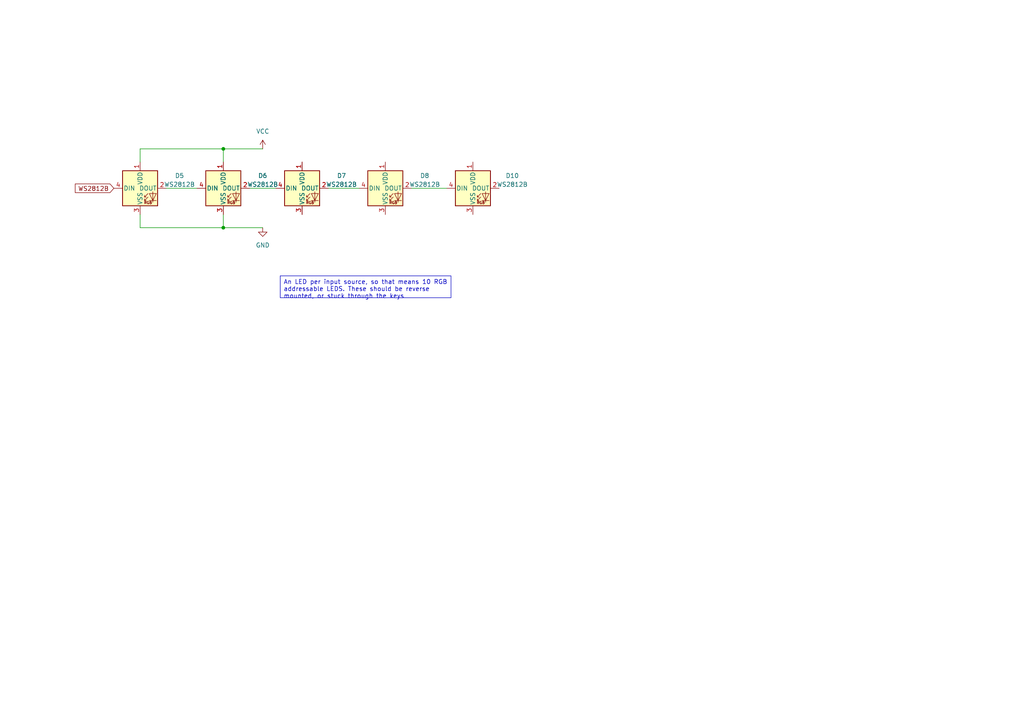
<source format=kicad_sch>
(kicad_sch (version 20231120) (generator "eeschema") (generator_version "8.0")
  (paper "A4")
  (lib_symbols
    (symbol "LED:WS2812B" (pin_names (offset 0.254))
      (property "Reference" "D" (at 5.08 5.715 0))
      (property "Value" "WS2812B" (at 1.27 -5.715 0))
      (symbol "WS2812B_0_0"
        (text "RGB" (at 2.286 -4.191 0) (effects (font (size 0.762 0.762))))
      )
      (symbol "WS2812B_0_1"
        (polyline (pts (xy 1.27 -3.556) (xy 1.778 -3.556)))
        (polyline (pts (xy 1.27 -2.54) (xy 1.778 -2.54)))
        (polyline (pts (xy 4.699 -3.556) (xy 2.667 -3.556)))
        (polyline (pts (xy 2.286 -2.54) (xy 1.27 -3.556) (xy 1.27 -3.048)))
        (polyline (pts (xy 2.286 -1.524) (xy 1.27 -2.54) (xy 1.27 -2.032)))
        (polyline (pts (xy 3.683 -1.016) (xy 3.683 -3.556) (xy 3.683 -4.064)))
        (polyline (pts (xy 4.699 -1.524) (xy 2.667 -1.524) (xy 3.683 -3.556) (xy 4.699 -1.524)))
        (rectangle (start 5.08 5.08) (end -5.08 -5.08) (stroke (width 0.254)) (fill (type background)))
      )
      (symbol "WS2812B_1_1"
        (pin power_in line (at 0 7.62 270) (length 2.54) (name "VDD") (number "1"))
        (pin output line (at 7.62 0 180) (length 2.54) (name "DOUT") (number "2"))
        (pin power_in line (at 0 -7.62 90) (length 2.54) (name "VSS") (number "3"))
        (pin input line (at -7.62 0 0) (length 2.54) (name "DIN") (number "4"))
      )
    )
    (symbol "power:GND" (power) (pin_numbers hide) (pin_names (offset 0) hide)
      (property "Value" "GND" (at 0 -3.81 0))
      (symbol "GND_0_1"
        (polyline (pts (xy 0 0) (xy 0 -1.27) (xy 1.27 -1.27) (xy 0 -2.54) (xy -1.27 -1.27) (xy 0 -1.27)))
      )
      (symbol "GND_1_1"
        (pin power_in line (at 0 0 270) (length 0) (name "~") (number "1"))
      )
    )
    (symbol "power:VCC" (power) (pin_numbers hide) (pin_names (offset 0) hide)
      (property "Value" "VCC" (at 0 3.556 0))
      (symbol "VCC_0_1"
        (polyline (pts (xy -0.762 1.27) (xy 0 2.54)))
        (polyline (pts (xy 0 0) (xy 0 2.54)))
        (polyline (pts (xy 0 2.54) (xy 0.762 1.27)))
      )
      (symbol "VCC_1_1"
        (pin power_in line (at 0 0 90) (length 0) (name "~") (number "1"))
      )
    )
  )
  (junction (at 64.77 66.04))
  (junction (at 64.77 43.18))
  (wire (pts (xy 95.25 54.61) (xy 104.14 54.61)))
  (wire (pts (xy 40.64 66.04) (xy 64.77 66.04)))
  (wire (pts (xy 40.64 43.18) (xy 40.64 46.99)))
  (wire (pts (xy 40.64 66.04) (xy 40.64 62.23)))
  (wire (pts (xy 40.64 43.18) (xy 64.77 43.18)))
  (wire (pts (xy 72.39 54.61) (xy 80.01 54.61)))
  (wire (pts (xy 119.38 54.61) (xy 129.54 54.61)))
  (wire (pts (xy 64.77 43.18) (xy 64.77 46.99)))
  (wire (pts (xy 64.77 62.23) (xy 64.77 66.04)))
  (wire (pts (xy 64.77 43.18) (xy 76.2 43.18)))
  (wire (pts (xy 64.77 66.04) (xy 76.2 66.04)))
  (wire (pts (xy 48.26 54.61) (xy 57.15 54.61)))
  (text_box "An LED per input source, so that means 10 RGB addressable LEDS. These should be reverse mounted, or stuck through the keys" (at 81.28 80.01 0) (size 49.53 6.35) (effects (font (size 1.27 1.27)) (justify left top)))
  (global_label "WS2812B" (shape input) (at 33.02 54.61 180) (property "Intersheetrefs" "${INTERSHEET_REFS}" (effects (hide yes))))
  (symbol (lib_id "LED:WS2812B") (at 137.16 54.61 0) (unit 1)
    (property "Reference" "D10" (at 148.59 50.962 0))
    (property "Value" "WS2812B" (at 148.59 53.502 0))
    (property "Footprint" "LED_SMD:LED_WS2812B_PLCC4_5.0x5.0mm_P3.2mm" (effects (hide yes)))
    (property "Datasheet" "https://cdn-shop.adafruit.com/datasheets/WS2812B.pdf" (effects (hide yes)))
    (property "Description" "RGB LED with integrated controller" (effects (hide yes)))
  )
  (symbol (lib_id "LED:WS2812B") (at 64.77 54.61 0) (unit 1)
    (property "Reference" "D6" (at 76.2 50.962 0))
    (property "Value" "WS2812B" (at 76.2 53.502 0))
    (property "Footprint" "LED_SMD:LED_WS2812B_PLCC4_5.0x5.0mm_P3.2mm" (effects (hide yes)))
    (property "Datasheet" "https://cdn-shop.adafruit.com/datasheets/WS2812B.pdf" (effects (hide yes)))
    (property "Description" "RGB LED with integrated controller" (effects (hide yes)))
  )
  (symbol (lib_id "LED:WS2812B") (at 87.63 54.61 0) (unit 1)
    (property "Reference" "D7" (at 99.06 50.962 0))
    (property "Value" "WS2812B" (at 99.06 53.502 0))
    (property "Footprint" "LED_SMD:LED_WS2812B_PLCC4_5.0x5.0mm_P3.2mm" (effects (hide yes)))
    (property "Datasheet" "https://cdn-shop.adafruit.com/datasheets/WS2812B.pdf" (effects (hide yes)))
    (property "Description" "RGB LED with integrated controller" (effects (hide yes)))
  )
  (symbol (lib_id "LED:WS2812B") (at 40.64 54.61 0) (unit 1)
    (property "Reference" "D5" (at 52.07 50.962 0))
    (property "Value" "WS2812B" (at 52.07 53.502 0))
    (property "Footprint" "LED_SMD:LED_WS2812B_PLCC4_5.0x5.0mm_P3.2mm" (effects (hide yes)))
    (property "Datasheet" "https://cdn-shop.adafruit.com/datasheets/WS2812B.pdf" (effects (hide yes)))
    (property "Description" "RGB LED with integrated controller" (effects (hide yes)))
  )
  (symbol (lib_id "LED:WS2812B") (at 111.76 54.61 0) (unit 1)
    (property "Reference" "D8" (at 123.19 50.962 0))
    (property "Value" "WS2812B" (at 123.19 53.502 0))
    (property "Footprint" "LED_SMD:LED_WS2812B_PLCC4_5.0x5.0mm_P3.2mm" (effects (hide yes)))
    (property "Datasheet" "https://cdn-shop.adafruit.com/datasheets/WS2812B.pdf" (effects (hide yes)))
    (property "Description" "RGB LED with integrated controller" (effects (hide yes)))
  )
  (symbol (lib_id "power:VCC") (at 76.2 43.18 0) (unit 1)
    (property "Reference" "#PWR06" (effects (hide yes)))
    (property "Value" "VCC" (at 76.2 38.1 0))
    (property "Description" "Power symbol creates a global label with name \"VCC\"" (effects (hide yes)))
  )
  (symbol (lib_id "power:GND") (at 76.2 66.04 0) (unit 1)
    (property "Reference" "#PWR07" (effects (hide yes)))
    (property "Value" "GND" (at 76.2 71.12 0))
    (property "Description" "Power symbol creates a global label with name \"GND\" , ground" (effects (hide yes)))
  )
)
</source>
